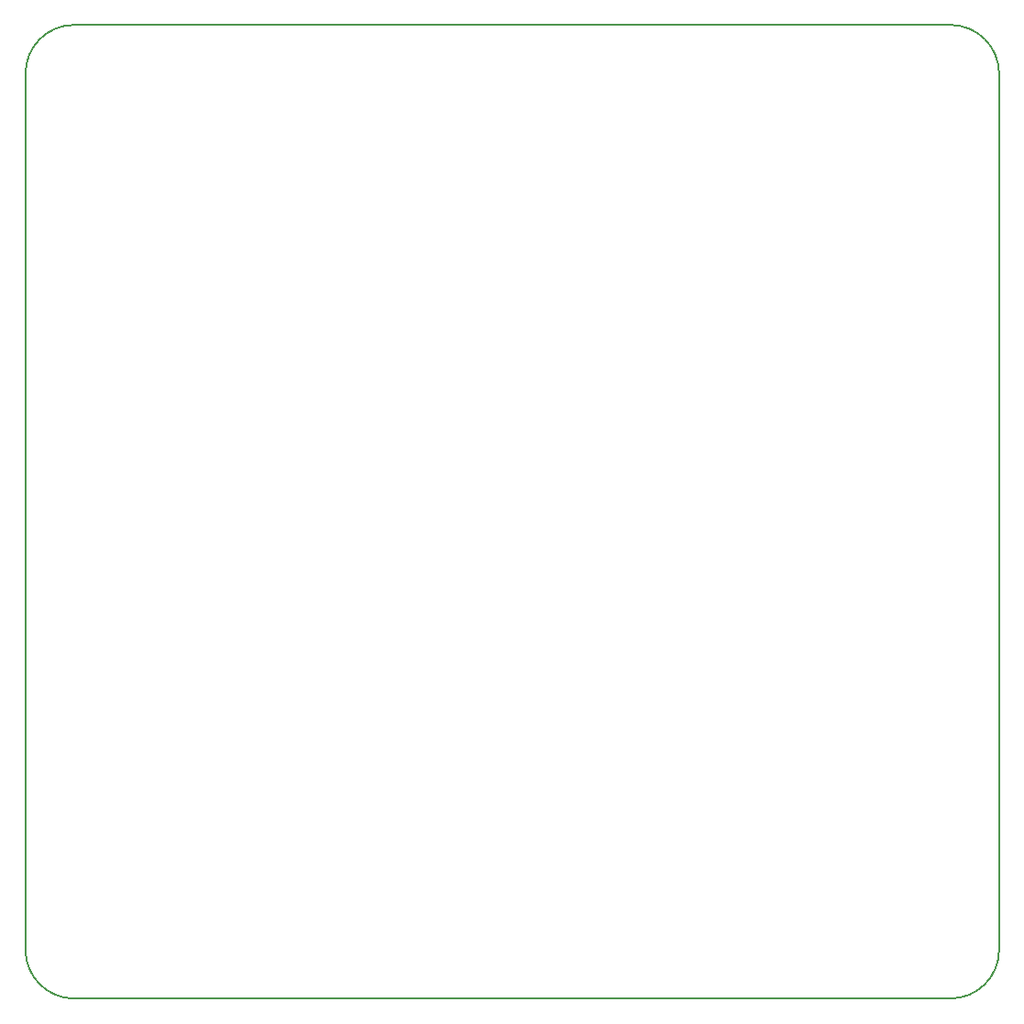
<source format=gm1>
G04*
G04 #@! TF.GenerationSoftware,Altium Limited,Altium Designer,19.1.6 (110)*
G04*
G04 Layer_Color=16711935*
%FSLAX43Y43*%
%MOMM*%
G71*
G01*
G75*
%ADD10C,0.200*%
D10*
Y4500D02*
G03*
X4500Y0I4500J0D01*
G01*
Y90000D02*
G03*
X0Y85500I0J-4500D01*
G01*
X90000D02*
G03*
X85500Y90000I-4500J0D01*
G01*
Y0D02*
G03*
X90000Y4500I0J4500D01*
G01*
X0D02*
Y85500D01*
X4500Y0D02*
X85500D01*
X4500Y90000D02*
X85500D01*
X90000Y4500D02*
Y85500D01*
M02*

</source>
